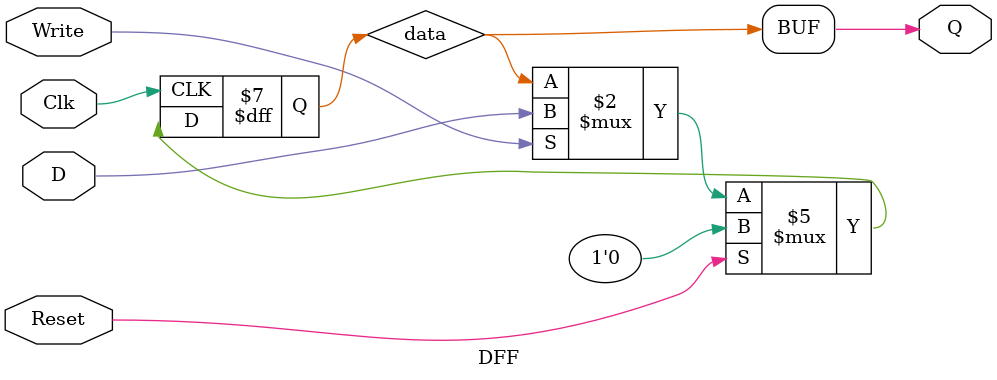
<source format=v>
`timescale 1ns / 1ps
module DFF(	D,     // DFF Input
           	Q,     // DFF Output
			Write, // Only accept input when this is set
			Reset, // Synchronous Reset
			Clk);  // Clock

	//-------------Input Ports-----------------------------
	input D;
	input Write;
	input Reset;
	input Clk;

	//-------------Output Ports----------------------------
	output Q;

	//-------------Wires-----------------------------------
	
	//-------------Other-----------------------------------
	reg data;

	//------------Code Starts Here-------------------------
	assign Q= data;
	always @ (posedge Clk)
	if (Reset) begin
		data <= 1'b0;
	end  else begin
		if(Write)
			data <= D; 
	end
endmodule

</source>
